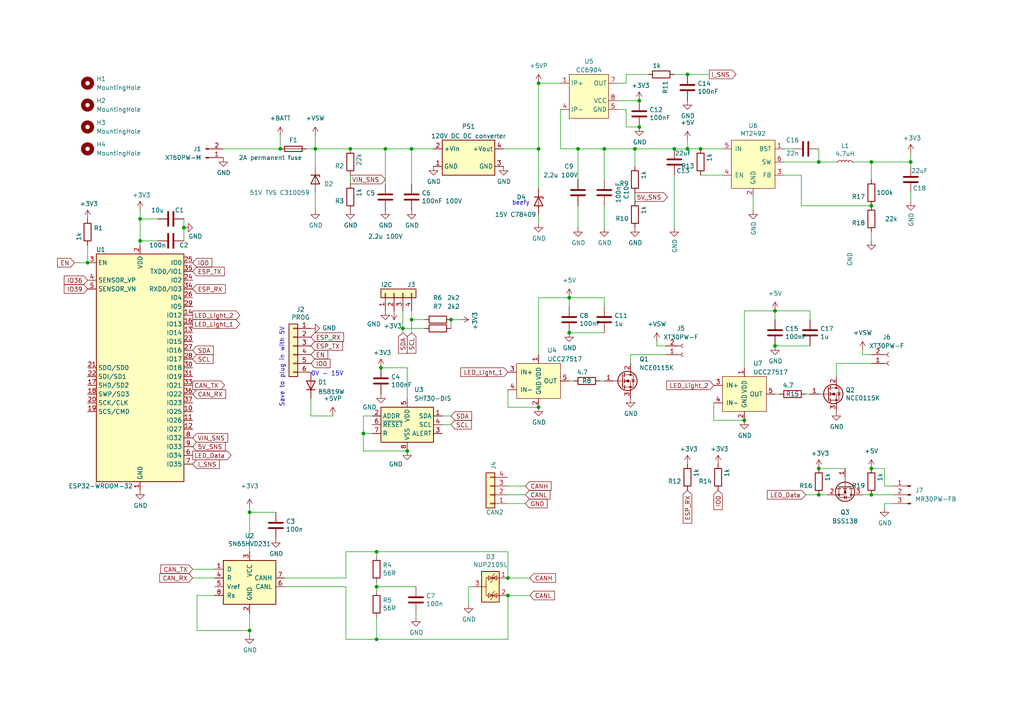
<source format=kicad_sch>
(kicad_sch (version 20230121) (generator eeschema)
  (paper "A4")
  (junction (at 147.32 172.72))
  (junction (at 147.32 167.64))
  (junction (at 72.39 182.88))
  (junction (at 110.49 106.68))
  (junction (at 165.1 96.52))
  (junction (at 109.22 185.42))
  (junction (at 91.44 43.18))
  (junction (at 111.76 43.18))
  (junction (at 199.39 21.59))
  (junction (at 40.64 69.85))
  (junction (at 156.21 24.13))
  (junction (at 185.42 29.21))
  (junction (at 252.73 135.89))
  (junction (at 72.39 148.59))
  (junction (at 185.42 36.83))
  (junction (at 252.73 59.69))
  (junction (at 118.11 130.81))
  (junction (at 53.34 66.04))
  (junction (at 175.26 43.18))
  (junction (at 156.21 118.11))
  (junction (at 156.21 43.18))
  (junction (at 119.38 92.71))
  (junction (at 130.81 92.71))
  (junction (at 105.41 125.73))
  (junction (at 116.84 95.25))
  (junction (at 81.28 43.18))
  (junction (at 224.79 90.17))
  (junction (at 252.73 143.51))
  (junction (at 109.22 170.18))
  (junction (at 264.16 46.99))
  (junction (at 224.79 100.33))
  (junction (at 109.22 160.02))
  (junction (at 237.49 143.51))
  (junction (at 199.39 43.18))
  (junction (at 237.49 135.89))
  (junction (at 203.2 43.18))
  (junction (at 237.49 46.99))
  (junction (at 40.64 63.5))
  (junction (at 25.4 76.2))
  (junction (at 184.15 43.18))
  (junction (at 101.6 43.18))
  (junction (at 215.9 121.92))
  (junction (at 167.64 43.18))
  (junction (at 165.1 86.36))
  (junction (at 252.73 46.99))
  (junction (at 195.58 43.18))
  (junction (at 119.38 43.18))
  (wire (pts (xy 175.26 96.52) (xy 165.1 96.52)))
  (wire (pts (xy 147.32 160.02) (xy 147.32 167.64)))
  (wire (pts (xy 40.64 69.85) (xy 40.64 63.5)))
  (wire (pts (xy 128.27 123.19) (xy 130.81 123.19)))
  (wire (pts (xy 82.55 167.64) (xy 100.33 167.64)))
  (wire (pts (xy 57.15 182.88) (xy 72.39 182.88)))
  (wire (pts (xy 234.95 90.17) (xy 234.95 92.71)))
  (wire (pts (xy 156.21 54.61) (xy 156.21 43.18)))
  (wire (pts (xy 82.55 170.18) (xy 100.33 170.18)))
  (wire (pts (xy 152.4 140.97) (xy 147.32 140.97)))
  (wire (pts (xy 91.44 43.18) (xy 101.6 43.18)))
  (wire (pts (xy 250.19 143.51) (xy 252.73 143.51)))
  (wire (pts (xy 195.58 50.8) (xy 195.58 66.04)))
  (wire (pts (xy 81.28 39.37) (xy 81.28 43.18)))
  (wire (pts (xy 252.73 67.31) (xy 252.73 69.85)))
  (wire (pts (xy 91.44 39.37) (xy 91.44 43.18)))
  (wire (pts (xy 105.41 120.65) (xy 105.41 125.73)))
  (wire (pts (xy 147.32 118.11) (xy 147.32 113.03)))
  (wire (pts (xy 96.52 120.65) (xy 90.17 120.65)))
  (wire (pts (xy 224.79 90.17) (xy 234.95 90.17)))
  (wire (pts (xy 100.33 170.18) (xy 100.33 185.42)))
  (wire (pts (xy 227.33 46.99) (xy 237.49 46.99)))
  (wire (pts (xy 101.6 53.34) (xy 101.6 50.8)))
  (wire (pts (xy 165.1 86.36) (xy 165.1 88.9)))
  (wire (pts (xy 252.73 143.51) (xy 259.08 143.51)))
  (wire (pts (xy 232.41 50.8) (xy 232.41 59.69)))
  (wire (pts (xy 175.26 43.18) (xy 184.15 43.18)))
  (wire (pts (xy 237.49 46.99) (xy 242.57 46.99)))
  (wire (pts (xy 256.54 147.32) (xy 256.54 146.05)))
  (wire (pts (xy 109.22 160.02) (xy 147.32 160.02)))
  (wire (pts (xy 53.34 66.04) (xy 53.34 63.5)))
  (wire (pts (xy 181.61 31.75) (xy 181.61 36.83)))
  (wire (pts (xy 237.49 135.89) (xy 245.11 135.89)))
  (wire (pts (xy 252.73 46.99) (xy 264.16 46.99)))
  (wire (pts (xy 215.9 121.92) (xy 207.01 121.92)))
  (wire (pts (xy 181.61 24.13) (xy 179.07 24.13)))
  (wire (pts (xy 227.33 43.18) (xy 229.87 43.18)))
  (wire (pts (xy 107.95 120.65) (xy 105.41 120.65)))
  (wire (pts (xy 105.41 125.73) (xy 105.41 130.81)))
  (wire (pts (xy 193.04 102.87) (xy 182.88 102.87)))
  (wire (pts (xy 64.77 43.18) (xy 81.28 43.18)))
  (wire (pts (xy 111.76 43.18) (xy 119.38 43.18)))
  (wire (pts (xy 165.1 86.36) (xy 175.26 86.36)))
  (wire (pts (xy 184.15 58.42) (xy 184.15 55.88)))
  (wire (pts (xy 105.41 130.81) (xy 118.11 130.81)))
  (wire (pts (xy 152.4 146.05) (xy 147.32 146.05)))
  (wire (pts (xy 25.4 76.2) (xy 25.4 71.12)))
  (wire (pts (xy 100.33 160.02) (xy 100.33 167.64)))
  (wire (pts (xy 110.49 106.68) (xy 118.11 106.68)))
  (wire (pts (xy 21.59 76.2) (xy 25.4 76.2)))
  (wire (pts (xy 190.5 100.33) (xy 190.5 99.06)))
  (wire (pts (xy 162.56 43.18) (xy 167.64 43.18)))
  (wire (pts (xy 247.65 46.99) (xy 252.73 46.99)))
  (wire (pts (xy 100.33 185.42) (xy 109.22 185.42)))
  (wire (pts (xy 88.9 43.18) (xy 91.44 43.18)))
  (wire (pts (xy 119.38 43.18) (xy 119.38 53.34)))
  (wire (pts (xy 203.2 50.8) (xy 209.55 50.8)))
  (wire (pts (xy 109.22 185.42) (xy 147.32 185.42)))
  (wire (pts (xy 120.65 179.07) (xy 120.65 177.8)))
  (wire (pts (xy 91.44 55.88) (xy 91.44 60.96)))
  (wire (pts (xy 182.88 102.87) (xy 182.88 105.41)))
  (wire (pts (xy 175.26 52.07) (xy 175.26 43.18)))
  (wire (pts (xy 207.01 121.92) (xy 207.01 116.84)))
  (wire (pts (xy 162.56 24.13) (xy 156.21 24.13)))
  (wire (pts (xy 109.22 168.91) (xy 109.22 170.18)))
  (wire (pts (xy 226.06 114.3) (xy 224.79 114.3)))
  (wire (pts (xy 193.04 100.33) (xy 190.5 100.33)))
  (wire (pts (xy 109.22 160.02) (xy 109.22 161.29)))
  (wire (pts (xy 123.19 92.71) (xy 119.38 92.71)))
  (wire (pts (xy 227.33 50.8) (xy 232.41 50.8)))
  (wire (pts (xy 167.64 52.07) (xy 167.64 43.18)))
  (wire (pts (xy 55.88 165.1) (xy 62.23 165.1)))
  (wire (pts (xy 91.44 43.18) (xy 91.44 48.26)))
  (wire (pts (xy 156.21 86.36) (xy 156.21 102.87)))
  (wire (pts (xy 100.33 160.02) (xy 109.22 160.02)))
  (wire (pts (xy 45.72 69.85) (xy 40.64 69.85)))
  (wire (pts (xy 116.84 95.25) (xy 116.84 90.17)))
  (wire (pts (xy 53.34 69.85) (xy 53.34 66.04)))
  (wire (pts (xy 162.56 31.75) (xy 162.56 43.18)))
  (wire (pts (xy 256.54 140.97) (xy 256.54 135.89)))
  (wire (pts (xy 199.39 43.18) (xy 203.2 43.18)))
  (wire (pts (xy 252.73 52.07) (xy 252.73 46.99)))
  (wire (pts (xy 250.19 102.87) (xy 250.19 101.6)))
  (wire (pts (xy 175.26 110.49) (xy 173.99 110.49)))
  (wire (pts (xy 62.23 172.72) (xy 57.15 172.72)))
  (wire (pts (xy 187.96 21.59) (xy 181.61 21.59)))
  (wire (pts (xy 224.79 90.17) (xy 215.9 90.17)))
  (wire (pts (xy 130.81 92.71) (xy 130.81 95.25)))
  (wire (pts (xy 130.81 92.71) (xy 133.35 92.71)))
  (wire (pts (xy 237.49 143.51) (xy 240.03 143.51)))
  (wire (pts (xy 135.89 170.18) (xy 137.16 170.18)))
  (wire (pts (xy 165.1 86.36) (xy 156.21 86.36)))
  (wire (pts (xy 195.58 21.59) (xy 199.39 21.59)))
  (wire (pts (xy 233.68 143.51) (xy 237.49 143.51)))
  (wire (pts (xy 72.39 148.59) (xy 72.39 160.02)))
  (wire (pts (xy 252.73 102.87) (xy 250.19 102.87)))
  (wire (pts (xy 199.39 40.64) (xy 199.39 43.18)))
  (wire (pts (xy 55.88 167.64) (xy 62.23 167.64)))
  (wire (pts (xy 116.84 96.52) (xy 116.84 95.25)))
  (wire (pts (xy 119.38 96.52) (xy 119.38 92.71)))
  (wire (pts (xy 40.64 63.5) (xy 40.64 60.96)))
  (wire (pts (xy 135.89 175.26) (xy 135.89 170.18)))
  (wire (pts (xy 199.39 21.59) (xy 205.74 21.59)))
  (wire (pts (xy 146.05 43.18) (xy 156.21 43.18)))
  (wire (pts (xy 130.81 120.65) (xy 128.27 120.65)))
  (wire (pts (xy 147.32 167.64) (xy 153.67 167.64)))
  (wire (pts (xy 166.37 110.49) (xy 165.1 110.49)))
  (wire (pts (xy 179.07 31.75) (xy 181.61 31.75)))
  (wire (pts (xy 242.57 105.41) (xy 242.57 109.22)))
  (wire (pts (xy 123.19 95.25) (xy 116.84 95.25)))
  (wire (pts (xy 147.32 185.42) (xy 147.32 172.72)))
  (wire (pts (xy 252.73 105.41) (xy 242.57 105.41)))
  (wire (pts (xy 111.76 53.34) (xy 111.76 43.18)))
  (wire (pts (xy 90.17 120.65) (xy 90.17 115.57)))
  (wire (pts (xy 234.95 114.3) (xy 233.68 114.3)))
  (wire (pts (xy 80.01 148.59) (xy 72.39 148.59)))
  (wire (pts (xy 179.07 29.21) (xy 185.42 29.21)))
  (wire (pts (xy 237.49 43.18) (xy 237.49 46.99)))
  (wire (pts (xy 156.21 64.77) (xy 156.21 62.23)))
  (wire (pts (xy 167.64 59.69) (xy 167.64 66.04)))
  (wire (pts (xy 156.21 24.13) (xy 156.21 43.18)))
  (wire (pts (xy 259.08 140.97) (xy 256.54 140.97)))
  (wire (pts (xy 184.15 48.26) (xy 184.15 43.18)))
  (wire (pts (xy 264.16 44.45) (xy 264.16 46.99)))
  (wire (pts (xy 184.15 43.18) (xy 195.58 43.18)))
  (wire (pts (xy 72.39 147.32) (xy 72.39 148.59)))
  (wire (pts (xy 147.32 143.51) (xy 152.4 143.51)))
  (wire (pts (xy 109.22 170.18) (xy 109.22 171.45)))
  (wire (pts (xy 256.54 146.05) (xy 259.08 146.05)))
  (wire (pts (xy 101.6 43.18) (xy 111.76 43.18)))
  (wire (pts (xy 109.22 179.07) (xy 109.22 185.42)))
  (wire (pts (xy 45.72 63.5) (xy 40.64 63.5)))
  (wire (pts (xy 72.39 182.88) (xy 72.39 184.15)))
  (wire (pts (xy 209.55 43.18) (xy 203.2 43.18)))
  (wire (pts (xy 218.44 57.15) (xy 218.44 60.96)))
  (wire (pts (xy 118.11 106.68) (xy 118.11 115.57)))
  (wire (pts (xy 167.64 43.18) (xy 175.26 43.18)))
  (wire (pts (xy 105.41 125.73) (xy 107.95 125.73)))
  (wire (pts (xy 40.64 71.12) (xy 40.64 69.85)))
  (wire (pts (xy 57.15 172.72) (xy 57.15 182.88)))
  (wire (pts (xy 264.16 46.99) (xy 264.16 48.26)))
  (wire (pts (xy 252.73 135.89) (xy 256.54 135.89)))
  (wire (pts (xy 232.41 59.69) (xy 252.73 59.69)))
  (wire (pts (xy 147.32 172.72) (xy 153.67 172.72)))
  (wire (pts (xy 195.58 43.18) (xy 199.39 43.18)))
  (wire (pts (xy 181.61 36.83) (xy 185.42 36.83)))
  (wire (pts (xy 224.79 90.17) (xy 224.79 92.71)))
  (wire (pts (xy 119.38 92.71) (xy 119.38 90.17)))
  (wire (pts (xy 119.38 43.18) (xy 125.73 43.18)))
  (wire (pts (xy 181.61 21.59) (xy 181.61 24.13)))
  (wire (pts (xy 234.95 100.33) (xy 224.79 100.33)))
  (wire (pts (xy 175.26 59.69) (xy 175.26 66.04)))
  (wire (pts (xy 264.16 58.42) (xy 264.16 55.88)))
  (wire (pts (xy 175.26 86.36) (xy 175.26 88.9)))
  (wire (pts (xy 156.21 118.11) (xy 147.32 118.11)))
  (wire (pts (xy 120.65 170.18) (xy 109.22 170.18)))
  (wire (pts (xy 215.9 90.17) (xy 215.9 106.68)))
  (wire (pts (xy 72.39 177.8) (xy 72.39 182.88)))
  (text "Save to plug in with 5V" (at 82.55 118.11 90) (effects (font (size 1.27 1.27)) (justify left bottom)))
  (text "beefy" (at 153.67 59.69 0) (effects (font (size 1.27 1.27)) (justify right bottom)))
  (text "0V - 15V" (at 90.17 109.22 0) (effects (font (size 1.27 1.27)) (justify left bottom)))
  (global_label "SDA" (shape input) (at 130.81 120.65 0) (property "Intersheetrefs" "${INTERSHEET_REFS}" (effects hide)))
  (global_label "ESP_RX" (shape input) (at 90.17 97.79 0) (property "Intersheetrefs" "${INTERSHEET_REFS}" (effects hide)) (property "Referenzen zwischen Schaltplänen" "${INTERSHEET_REFS}" (effects hide)))
  (global_label "LED_Light_2" (shape output) (at 55.88 91.44 0) (property "Intersheetrefs" "${INTERSHEET_REFS}" (effects hide)))
  (global_label "LED_Data" (shape input) (at 233.68 143.51 180) (property "Intersheetrefs" "${INTERSHEET_REFS}" (effects hide)))
  (global_label "VIN_SNS" (shape input) (at 55.88 127 0) (property "Intersheetrefs" "${INTERSHEET_REFS}" (effects hide)))
  (global_label "CANH" (shape input) (at 153.67 167.64 0) (property "Intersheetrefs" "${INTERSHEET_REFS}" (effects hide)))
  (global_label "I_SNS" (shape output) (at 205.74 21.59 0) (property "Intersheetrefs" "${INTERSHEET_REFS}" (effects hide)))
  (global_label "5V_SNS" (shape output) (at 184.15 57.15 0) (property "Intersheetrefs" "${INTERSHEET_REFS}" (effects hide)))
  (global_label "SCL" (shape input) (at 119.38 96.52 270) (property "Intersheetrefs" "${INTERSHEET_REFS}" (effects hide)))
  (global_label "ESP_RX" (shape input) (at 55.88 83.82 0) (property "Intersheetrefs" "${INTERSHEET_REFS}" (effects hide)))
  (global_label "ESP_TX" (shape input) (at 55.88 78.74 0) (property "Intersheetrefs" "${INTERSHEET_REFS}" (effects hide)))
  (global_label "LED_Light_2" (shape input) (at 207.01 111.76 180) (property "Intersheetrefs" "${INTERSHEET_REFS}" (effects hide)))
  (global_label "LED_Data" (shape output) (at 55.88 132.08 0) (property "Intersheetrefs" "${INTERSHEET_REFS}" (effects hide)))
  (global_label "CAN_RX" (shape input) (at 55.88 167.64 180) (property "Intersheetrefs" "${INTERSHEET_REFS}" (effects hide)))
  (global_label "IO0" (shape input) (at 90.17 105.41 0) (property "Intersheetrefs" "${INTERSHEET_REFS}" (effects hide)) (property "Referenzen zwischen Schaltplänen" "${INTERSHEET_REFS}" (effects hide)))
  (global_label "5V_SNS" (shape input) (at 55.88 129.54 0) (property "Intersheetrefs" "${INTERSHEET_REFS}" (effects hide)))
  (global_label "SDA" (shape input) (at 116.84 96.52 270) (property "Intersheetrefs" "${INTERSHEET_REFS}" (effects hide)))
  (global_label "CAN_RX" (shape input) (at 55.88 114.3 0) (property "Intersheetrefs" "${INTERSHEET_REFS}" (effects hide)))
  (global_label "LED_Light_1" (shape output) (at 55.88 93.98 0) (property "Intersheetrefs" "${INTERSHEET_REFS}" (effects hide)))
  (global_label "CAN_TX" (shape output) (at 55.88 111.76 0) (property "Intersheetrefs" "${INTERSHEET_REFS}" (effects hide)))
  (global_label "CANL" (shape input) (at 153.67 172.72 0) (property "Intersheetrefs" "${INTERSHEET_REFS}" (effects hide)))
  (global_label "SCL" (shape input) (at 55.88 104.14 0) (property "Intersheetrefs" "${INTERSHEET_REFS}" (effects hide)))
  (global_label "IO36" (shape input) (at 25.4 81.28 180) (property "Intersheetrefs" "${INTERSHEET_REFS}" (effects hide)))
  (global_label "LED_Light_1" (shape input) (at 147.32 107.95 180) (property "Intersheetrefs" "${INTERSHEET_REFS}" (effects hide)))
  (global_label "IO39" (shape input) (at 25.4 83.82 180) (property "Intersheetrefs" "${INTERSHEET_REFS}" (effects hide)))
  (global_label "GND" (shape input) (at 152.4 146.05 0) (property "Intersheetrefs" "${INTERSHEET_REFS}" (effects hide)))
  (global_label "VIN_SNS" (shape output) (at 101.6 52.07 0) (property "Intersheetrefs" "${INTERSHEET_REFS}" (effects hide)))
  (global_label "EN" (shape input) (at 90.17 102.87 0) (property "Intersheetrefs" "${INTERSHEET_REFS}" (effects hide)) (property "Referenzen zwischen Schaltplänen" "${INTERSHEET_REFS}" (effects hide)))
  (global_label "SCL" (shape input) (at 130.81 123.19 0) (property "Intersheetrefs" "${INTERSHEET_REFS}" (effects hide)))
  (global_label "EN" (shape input) (at 21.59 76.2 180) (property "Intersheetrefs" "${INTERSHEET_REFS}" (effects hide)))
  (global_label "I_SNS" (shape input) (at 55.88 134.62 0) (property "Intersheetrefs" "${INTERSHEET_REFS}" (effects hide)))
  (global_label "CAN_TX" (shape input) (at 55.88 165.1 180) (property "Intersheetrefs" "${INTERSHEET_REFS}" (effects hide)))
  (global_label "CANL" (shape input) (at 152.4 143.51 0) (property "Intersheetrefs" "${INTERSHEET_REFS}" (effects hide)))
  (global_label "ESP_RX" (shape input) (at 199.39 142.24 270) (property "Intersheetrefs" "${INTERSHEET_REFS}" (effects hide)))
  (global_label "IO0" (shape input) (at 55.88 76.2 0) (property "Intersheetrefs" "${INTERSHEET_REFS}" (effects hide)))
  (global_label "CANH" (shape input) (at 152.4 140.97 0) (property "Intersheetrefs" "${INTERSHEET_REFS}" (effects hide)))
  (global_label "IO0" (shape input) (at 208.28 142.24 270) (property "Intersheetrefs" "${INTERSHEET_REFS}" (effects hide)))
  (global_label "SDA" (shape input) (at 55.88 101.6 0) (property "Intersheetrefs" "${INTERSHEET_REFS}" (effects hide)))
  (global_label "ESP_TX" (shape input) (at 90.17 100.33 0) (property "Intersheetrefs" "${INTERSHEET_REFS}" (effects hide)) (property "Referenzen zwischen Schaltplänen" "${INTERSHEET_REFS}" (effects hide)))
  (symbol (lib_id "RF_Module:ESP32-WROOM-32") (at 40.64 106.68 0) (unit 1)
    (property "Reference" "U1" (at 29.21 72.39 0))
    (property "Value" "ESP32-WROOM-32" (at 29.21 140.97 0))
    (property "Footprint" "RF_Module:ESP32-WROOM-32" (effects hide))
    (property "Datasheet" "https://www.espressif.com/sites/default/files/documentation/esp32-wroom-32_datasheet_en.pdf" (effects hide))
    (property "LCSC" "C701343" (effects hide))
  )
  (symbol (lib_id "power:GND") (at 40.64 142.24 0) (unit 1)
    (property "Reference" "#PWR03" (effects hide))
    (property "Value" "GND" (at 40.767 146.6342 0))
  )
  (symbol (lib_id "power:+3V3") (at 40.64 60.96 0) (unit 1)
    (property "Reference" "#PWR02" (effects hide))
    (property "Value" "+3V3" (at 41.021 56.5658 0))
  )
  (symbol (lib_id "Device:C") (at 49.53 69.85 270) (unit 1)
    (property "Reference" "C2" (at 53.34 71.12 90))
    (property "Value" "100n" (at 45.72 71.12 90))
    (property "Footprint" "Capacitor_SMD:C_0603_1608Metric" (effects hide))
    (property "LCSC" "C14663" (effects hide))
  )
  (symbol (lib_id "Device:C") (at 49.53 63.5 270) (unit 1)
    (property "Reference" "C1" (at 52.07 60.96 90))
    (property "Value" "10u" (at 45.72 60.96 90))
    (property "Footprint" "Capacitor_SMD:C_0603_1608Metric" (effects hide))
    (property "LCSC" "C19702" (effects hide))
  )
  (symbol (lib_id "power:GND") (at 53.34 66.04 90) (unit 1)
    (property "Reference" "#PWR04" (effects hide))
    (property "Value" "GND" (at 54.61 68.58 90) (effects (justify right)))
  )
  (symbol (lib_id "power:GND") (at 111.76 90.17 0) (unit 1)
    (property "Reference" "#PWR018" (effects hide))
    (property "Value" "GND" (at 110.49 93.98 0) (effects (justify right)))
  )
  (symbol (lib_id "Device:R") (at 25.4 67.31 0) (unit 1)
    (property "Reference" "R1" (at 27.178 66.1416 0) (effects (justify left)))
    (property "Value" "1k" (at 22.86 69.85 90) (effects (justify left)))
    (property "Footprint" "Resistor_SMD:R_0603_1608Metric" (effects hide))
    (property "LCSC" "C21190" (effects hide))
  )
  (symbol (lib_id "power:+3V3") (at 25.4 63.5 0) (unit 1)
    (property "Reference" "#PWR01" (effects hide))
    (property "Value" "+3V3" (at 25.781 59.1058 0))
  )
  (symbol (lib_id "Device:R") (at 199.39 138.43 180) (unit 1)
    (property "Reference" "R12" (at 197.612 139.5984 0) (effects (justify left)))
    (property "Value" "1k" (at 201.93 135.89 90) (effects (justify left)))
    (property "Footprint" "Resistor_SMD:R_0603_1608Metric" (effects hide))
    (property "LCSC" "C21190" (effects hide))
  )
  (symbol (lib_id "power:+3V3") (at 199.39 134.62 0) (unit 1)
    (property "Reference" "#PWR041" (effects hide))
    (property "Value" "+3V3" (at 199.771 130.2258 0))
  )
  (symbol (lib_id "Device:R") (at 208.28 138.43 180) (unit 1)
    (property "Reference" "R14" (at 206.502 139.5984 0) (effects (justify left)))
    (property "Value" "1k" (at 210.82 135.89 90) (effects (justify left)))
    (property "Footprint" "Resistor_SMD:R_0603_1608Metric" (effects hide))
    (property "LCSC" "C21190" (effects hide))
  )
  (symbol (lib_id "power:+3V3") (at 208.28 134.62 0) (unit 1)
    (property "Reference" "#PWR042" (effects hide))
    (property "Value" "+3V3" (at 208.661 130.2258 0))
  )
  (symbol (lib_id "Device:R") (at 109.22 165.1 0) (unit 1)
    (property "Reference" "R4" (at 110.998 163.9316 0) (effects (justify left)))
    (property "Value" "56R" (at 110.998 166.243 0) (effects (justify left)))
    (property "Footprint" "Resistor_SMD:R_0603_1608Metric" (effects hide))
    (property "LCSC" "C25196" (effects hide))
  )
  (symbol (lib_id "Device:R") (at 109.22 175.26 0) (unit 1)
    (property "Reference" "R5" (at 110.998 174.0916 0) (effects (justify left)))
    (property "Value" "56R" (at 110.998 176.403 0) (effects (justify left)))
    (property "Footprint" "Resistor_SMD:R_0603_1608Metric" (effects hide))
    (property "LCSC" "C25196" (effects hide))
  )
  (symbol (lib_id "Device:C") (at 120.65 173.99 0) (unit 1)
    (property "Reference" "C7" (at 123.571 172.8216 0) (effects (justify left)))
    (property "Value" "100n" (at 123.571 175.133 0) (effects (justify left)))
    (property "Footprint" "Capacitor_SMD:C_0603_1608Metric" (effects hide))
    (property "LCSC" "C14663" (effects hide))
  )
  (symbol (lib_id "power:GND") (at 120.65 179.07 0) (unit 1)
    (property "Reference" "#PWR022" (effects hide))
    (property "Value" "GND" (at 120.777 183.4642 0))
  )
  (symbol (lib_id "power:GND") (at 72.39 184.15 0) (unit 1)
    (property "Reference" "#PWR07" (effects hide))
    (property "Value" "GND" (at 72.517 188.5442 0))
  )
  (symbol (lib_id "Device:C") (at 80.01 152.4 0) (unit 1)
    (property "Reference" "C3" (at 82.931 151.2316 0) (effects (justify left)))
    (property "Value" "100n" (at 82.931 153.543 0) (effects (justify left)))
    (property "Footprint" "Capacitor_SMD:C_0603_1608Metric" (effects hide))
    (property "LCSC" "C14663" (effects hide))
  )
  (symbol (lib_id "power:GND") (at 80.01 156.21 0) (unit 1)
    (property "Reference" "#PWR08" (effects hide))
    (property "Value" "GND" (at 80.137 160.6042 0))
  )
  (symbol (lib_id "Power_Protection:NUP2105L") (at 142.24 170.18 270) (unit 1)
    (property "Reference" "D3" (at 142.24 161.4932 90))
    (property "Value" "NUP2105L" (at 142.24 163.8046 90))
    (property "Footprint" "Package_TO_SOT_SMD:SOT-23" (effects hide))
    (property "Datasheet" "http://www.onsemi.com/pub_link/Collateral/NUP2105L-D.PDF" (effects hide))
    (property "LCSC" "C284104" (effects hide))
  )
  (symbol (lib_id "power:GND") (at 135.89 175.26 0) (unit 1)
    (property "Reference" "#PWR025" (effects hide))
    (property "Value" "GND" (at 136.017 179.6542 0))
  )
  (symbol (lib_id "Connector_Generic:Conn_01x04") (at 142.24 143.51 180) (unit 1)
    (property "Reference" "J4" (at 143.1544 136.1948 90) (effects (justify right)))
    (property "Value" "CAN2" (at 140.97 148.59 0) (effects (justify right)))
    (property "Footprint" "Connector_JST:JST_XH_B4B-XH-A_1x04_P2.50mm_Vertical" (effects hide))
    (property "LCSC" "C144395" (effects hide))
  )
  (symbol (lib_id "Connector_Generic:Conn_01x04") (at 114.3 85.09 90) (unit 1)
    (property "Reference" "J3" (at 118.11 82.55 90) (effects (justify right)))
    (property "Value" "I2C" (at 110.49 82.55 90) (effects (justify right)))
    (property "Footprint" "Connector_JST:JST_SH_SM04B-SRSS-TB_1x04-1MP_P1.00mm_Horizontal" (effects hide))
    (property "LCSC" "C160404" (effects hide))
  )
  (symbol (lib_id "Device:R") (at 127 92.71 90) (unit 1)
    (property "Reference" "R6" (at 128.27 86.36 90) (effects (justify left)))
    (property "Value" "2k2" (at 133.35 86.36 90) (effects (justify left)))
    (property "Footprint" "Resistor_SMD:R_0603_1608Metric" (effects hide))
    (property "LCSC" "C4190" (effects hide))
  )
  (symbol (lib_id "Device:R") (at 127 95.25 90) (unit 1)
    (property "Reference" "R7" (at 128.27 88.9 90) (effects (justify left)))
    (property "Value" "2k2" (at 133.35 88.9 90) (effects (justify left)))
    (property "Footprint" "Resistor_SMD:R_0603_1608Metric" (effects hide))
    (property "LCSC" "C4190" (effects hide))
  )
  (symbol (lib_id "power:+3V3") (at 133.35 92.71 270) (unit 1)
    (property "Reference" "#PWR024" (effects hide))
    (property "Value" "+3V3" (at 137.7442 93.091 0))
  )
  (symbol (lib_id "power:+3V3") (at 114.3 90.17 180) (unit 1)
    (property "Reference" "#PWR019" (effects hide))
    (property "Value" "+3V3" (at 113.919 94.5642 0))
  )
  (symbol (lib_id "Interface_CAN_LIN:SN65HVD231") (at 72.39 167.64 0) (unit 1)
    (property "Reference" "U2" (at 72.39 155.4226 0))
    (property "Value" "SN65HVD231" (at 72.39 157.734 0))
    (property "Footprint" "Package_SO:SOIC-8_3.9x4.9mm_P1.27mm" (effects hide))
    (property "Datasheet" "http://www.ti.com/lit/ds/symlink/sn65hvd230.pdf" (effects hide))
    (property "LCSC" "C30530" (effects hide))
  )
  (symbol (lib_id "power:+3V3") (at 72.39 147.32 0) (unit 1)
    (property "Reference" "#PWR06" (effects hide))
    (property "Value" "+3V3" (at 72.39 140.97 0))
  )
  (symbol (lib_id "power:GND") (at 218.44 60.96 0) (unit 1)
    (property "Reference" "#PWR044" (effects hide))
    (property "Value" "GND" (at 218.567 64.2112 90) (effects (justify right)))
  )
  (symbol (lib_id "Device:R") (at 252.73 55.88 180) (unit 1)
    (property "Reference" "R17" (at 250.952 57.0484 0) (effects (justify left)))
    (property "Value" "100k" (at 259.08 55.88 0) (effects (justify left)))
    (property "Footprint" "Resistor_SMD:R_0603_1608Metric" (effects hide))
    (property "LCSC" "C25803" (effects hide))
  )
  (symbol (lib_id "Device:R") (at 252.73 63.5 180) (unit 1)
    (property "Reference" "R18" (at 250.952 64.6684 0) (effects (justify left)))
    (property "Value" "22k" (at 260.35 63.5 0) (effects (justify left)))
    (property "Footprint" "Resistor_SMD:R_0603_1608Metric" (effects hide))
    (property "LCSC" "C31850" (effects hide))
  )
  (symbol (lib_id "power:GND") (at 252.73 69.85 0) (unit 1)
    (property "Reference" "#PWR050" (effects hide))
    (property "Value" "GND" (at 246.507 73.1012 90) (effects (justify right)))
  )
  (symbol (lib_id "Device:C") (at 264.16 52.07 180) (unit 1)
    (property "Reference" "C18" (at 266.7 54.61 0))
    (property "Value" "22uF" (at 266.7 49.53 0))
    (property "Footprint" "Capacitor_SMD:C_0805_2012Metric" (effects hide))
    (property "LCSC" "C45783" (effects hide))
  )
  (symbol (lib_id "Device:R") (at 203.2 46.99 180) (unit 1)
    (property "Reference" "R13" (at 201.422 48.1584 0) (effects (justify left)))
    (property "Value" "1k" (at 205.74 44.45 90) (effects (justify left)))
    (property "Footprint" "Resistor_SMD:R_0603_1608Metric" (effects hide))
    (property "LCSC" "C21190" (effects hide))
  )
  (symbol (lib_id "power:GND") (at 195.58 66.04 0) (unit 1)
    (property "Reference" "#PWR038" (effects hide))
    (property "Value" "GND" (at 195.707 69.2912 90) (effects (justify right)))
  )
  (symbol (lib_id "power:GND") (at 264.16 58.42 0) (unit 1)
    (property "Reference" "#PWR054" (effects hide))
    (property "Value" "GND" (at 264.287 61.6712 90) (effects (justify right)))
  )
  (symbol (lib_id "power:+3.3V") (at 264.16 44.45 0) (unit 1)
    (property "Reference" "#PWR053" (effects hide))
    (property "Value" "+3.3V" (at 264.541 40.0558 0))
  )
  (symbol (lib_id "Device:C") (at 195.58 46.99 180) (unit 1)
    (property "Reference" "C13" (at 198.12 49.53 0))
    (property "Value" "22uF" (at 198.12 44.45 0))
    (property "Footprint" "Capacitor_SMD:C_0805_2012Metric" (effects hide))
    (property "LCSC" "C45783" (effects hide))
  )
  (symbol (lib_id "boardcomputer:MPM2359") (at 212.09 40.64 0) (unit 1)
    (property "Reference" "U6" (at 218.44 36.449 0))
    (property "Value" "MT2492" (at 218.44 38.7604 0))
    (property "Footprint" "Package_TO_SOT_SMD:SOT-23-6" (effects hide))
    (property "Datasheet" "https://datasheet.lcsc.com/lcsc/1810262207_XI-AN-Aerosemi-Tech-MT2492_C89358.pdf" (effects hide))
    (property "LCSC" "C89358" (effects hide))
  )
  (symbol (lib_id "Device:C") (at 233.68 43.18 270) (unit 1)
    (property "Reference" "C16" (at 229.87 40.64 90))
    (property "Value" "22n" (at 229.87 44.45 90))
    (property "Footprint" "Capacitor_SMD:C_0603_1608Metric" (effects hide))
    (property "LCSC" "C21122" (effects hide))
  )
  (symbol (lib_id "Device:L_Small") (at 245.11 46.99 90) (unit 1)
    (property "Reference" "L1" (at 245.11 42.291 90))
    (property "Value" "4.7uH" (at 245.11 44.6024 90))
    (property "Footprint" "boardcomputer:L_5040" (effects hide))
    (property "LCSC" "C354606" (effects hide))
  )
  (symbol (lib_id "power:GND") (at 185.42 36.83 0) (unit 1)
    (property "Reference" "#PWR036" (effects hide))
    (property "Value" "GND" (at 185.547 41.2242 0))
  )
  (symbol (lib_id "power:GND") (at 256.54 147.32 0) (unit 1)
    (property "Reference" "#PWR052" (effects hide))
    (property "Value" "GND" (at 256.667 151.7142 0))
  )
  (symbol (lib_id "power:GND") (at 156.21 118.11 0) (unit 1)
    (property "Reference" "#PWR028" (effects hide))
    (property "Value" "GND" (at 156.337 122.5042 0))
  )
  (symbol (lib_id "Bobbycontroller:UCC27517") (at 215.9 114.3 0) (unit 1)
    (property "Reference" "U7" (at 218.44 105.41 0) (effects (justify left)))
    (property "Value" "UCC27517" (at 218.44 107.95 0) (effects (justify left)))
    (property "Footprint" "Package_TO_SOT_SMD:SOT-23-5" (effects hide))
    (property "Datasheet" "https://www.ti.com/lit/ds/symlink/ucc27517.pdf" (effects hide))
    (property "LCSC" "C99395" (effects hide))
  )
  (symbol (lib_id "Device:R") (at 184.15 52.07 180) (unit 1)
    (property "Reference" "R9" (at 182.372 53.2384 0) (effects (justify left)))
    (property "Value" "1k" (at 186.69 49.53 90) (effects (justify left)))
    (property "Footprint" "Resistor_SMD:R_0603_1608Metric" (effects hide))
    (property "LCSC" "C21190" (effects hide))
  )
  (symbol (lib_id "Device:C") (at 110.49 110.49 0) (unit 1)
    (property "Reference" "C4" (at 113.411 109.3216 0) (effects (justify left)))
    (property "Value" "100nF" (at 113.411 111.633 0) (effects (justify left)))
    (property "Footprint" "Capacitor_SMD:C_0603_1608Metric" (effects hide))
    (property "LCSC" "C14663" (effects hide))
  )
  (symbol (lib_id "power:GND") (at 146.05 48.26 0) (unit 1)
    (property "Reference" "#PWR026" (effects hide))
    (property "Value" "GND" (at 146.177 52.6542 0))
  )
  (symbol (lib_id "power:+VSW") (at 190.5 99.06 0) (unit 1)
    (property "Reference" "#PWR037" (effects hide))
    (property "Value" "+VSW" (at 190.5 93.98 0))
  )
  (symbol (lib_id "power:GND") (at 165.1 96.52 0) (unit 1)
    (property "Reference" "#PWR030" (effects hide))
    (property "Value" "GND" (at 165.227 100.9142 0))
  )
  (symbol (lib_id "power:GND") (at 215.9 121.92 0) (unit 1)
    (property "Reference" "#PWR043" (effects hide))
    (property "Value" "GND" (at 216.027 126.3142 0))
  )
  (symbol (lib_id "Bobbycontroller:120V_DCDC") (at 135.89 45.72 0) (unit 1)
    (property "Reference" "PS1" (at 135.89 36.6735 0))
    (property "Value" "120V DC DC converter" (at 135.89 39.4486 0))
    (property "Footprint" "Bobbycar-FOC-hardware:Converter_DCDC_120V" (effects hide))
  )
  (symbol (lib_id "power:GND") (at 111.76 60.96 0) (unit 1)
    (property "Reference" "#PWR017" (effects hide))
    (property "Value" "GND" (at 111.887 65.3542 0))
  )
  (symbol (lib_id "Device:R") (at 237.49 139.7 180) (unit 1)
    (property "Reference" "R16" (at 235.712 140.8684 0) (effects (justify left)))
    (property "Value" "1k" (at 240.03 137.16 90) (effects (justify left)))
    (property "Footprint" "Resistor_SMD:R_0603_1608Metric" (effects hide))
    (property "LCSC" "C21190" (effects hide))
  )
  (symbol (lib_id "Transistor_FET:BSP89") (at 240.03 114.3 0) (unit 1)
    (property "Reference" "Q2" (at 245.2116 113.1316 0) (effects (justify left)))
    (property "Value" "NCE0115K" (at 245.2116 115.443 0) (effects (justify left)))
    (property "Footprint" "Package_TO_SOT_SMD:TO-252-2" (effects hide))
    (property "LCSC" "C108637" (effects hide))
  )
  (symbol (lib_id "Connector:Conn_01x03_Male") (at 264.16 143.51 0) (mirror y) (unit 1)
    (property "Reference" "J7" (at 265.43 142.2399 0) (effects (justify right)))
    (property "Value" "MR30PW-FB" (at 265.43 144.7799 0) (effects (justify right)))
    (property "Footprint" "Connector_AMASS:AMASS_MR30PW-FB_1x03_P3.50mm_Horizontal" (effects hide))
  )
  (symbol (lib_id "Device:C") (at 167.64 55.88 0) (unit 1)
    (property "Reference" "C9" (at 166.37 48.26 0) (effects (justify right)))
    (property "Value" "2.2u 100V" (at 167.64 50.8 0) (effects (justify right)))
    (property "Footprint" "Capacitor_SMD:C_1210_3225Metric" (effects hide))
    (property "place" "hand" (effects hide))
    (property "LCSC" "C76685" (effects hide))
  )
  (symbol (lib_id "power:GND") (at 119.38 60.96 0) (unit 1)
    (property "Reference" "#PWR021" (effects hide))
    (property "Value" "GND" (at 119.507 65.3542 0))
  )
  (symbol (lib_id "Sensor_Humidity:SHT30-DIS") (at 118.11 123.19 0) (unit 1)
    (property "Reference" "U3" (at 120.1294 113.03 0) (effects (justify left)))
    (property "Value" "SHT30-DIS" (at 120.1294 115.57 0) (effects (justify left)))
    (property "Footprint" "Sensor_Humidity:Sensirion_DFN-8-1EP_2.5x2.5mm_P0.5mm_EP1.1x1.7mm" (effects hide))
    (property "Datasheet" "https://www.sensirion.com/fileadmin/user_upload/customers/sensirion/Dokumente/2_Humidity_Sensors/Datasheets/Sensirion_Humidity_Sensors_SHT3x_Datasheet_digital.pdf" (effects hide))
    (property "LCSC" "C77361" (effects hide))
  )
  (symbol (lib_id "Mechanical:MountingHole") (at 25.4 30.48 0) (unit 1)
    (property "Reference" "H2" (at 27.94 29.2099 0) (effects (justify left)))
    (property "Value" "MountingHole" (at 27.94 31.7499 0) (effects (justify left)))
    (property "Footprint" "MountingHole:MountingHole_3.2mm_M3_DIN965_Pad" (effects hide))
  )
  (symbol (lib_id "Device:C") (at 111.76 57.15 0) (unit 1)
    (property "Reference" "C5" (at 108.839 55.9816 0) (effects (justify right)))
    (property "Value" "2.2u 100V" (at 116.84 68.58 0) (effects (justify right)))
    (property "Footprint" "Capacitor_SMD:C_1210_3225Metric" (effects hide))
    (property "place" "hand" (effects hide))
    (property "LCSC" "C76685" (effects hide))
  )
  (symbol (lib_id "Device:R") (at 101.6 46.99 180) (unit 1)
    (property "Reference" "R2" (at 99.822 48.1584 0) (effects (justify left)))
    (property "Value" "22k" (at 104.14 44.45 90) (effects (justify left)))
    (property "Footprint" "Resistor_SMD:R_0603_1608Metric" (effects hide))
    (property "LCSC" "C31850" (effects hide))
  )
  (symbol (lib_id "Connector_Generic:Conn_01x06") (at 85.09 100.33 0) (mirror y) (unit 1)
    (property "Reference" "J2" (at 87.1728 89.7382 0))
    (property "Value" "PROG" (at 87.1728 92.0496 0))
    (property "Footprint" "Connector_JST:JST_XH_B6B-XH-A_1x06_P2.50mm_Vertical" (effects hide))
    (property "LCSC Part #" "C144397" (effects hide))
  )
  (symbol (lib_id "power:+3V3") (at 110.49 106.68 0) (unit 1)
    (property "Reference" "#PWR015" (effects hide))
    (property "Value" "+3V3" (at 110.871 102.2858 0))
  )
  (symbol (lib_id "power:GND") (at 125.73 48.26 0) (unit 1)
    (property "Reference" "#PWR023" (effects hide))
    (property "Value" "GND" (at 125.857 52.6542 0))
  )
  (symbol (lib_id "power:GND") (at 64.77 45.72 0) (unit 1)
    (property "Reference" "#PWR05" (effects hide))
    (property "Value" "GND" (at 64.897 50.1142 0))
  )
  (symbol (lib_id "Device:C") (at 199.39 25.4 0) (unit 1)
    (property "Reference" "C14" (at 202.311 24.2316 0) (effects (justify left)))
    (property "Value" "100nF" (at 202.311 26.543 0) (effects (justify left)))
    (property "Footprint" "Capacitor_SMD:C_0603_1608Metric" (effects hide))
    (property "LCSC" "C14663" (effects hide))
  )
  (symbol (lib_id "Device:D") (at 90.17 111.76 90) (unit 1)
    (property "Reference" "D1" (at 92.202 110.8515 90) (effects (justify right)))
    (property "Value" "B5819W" (at 92.202 113.6266 90) (effects (justify right)))
    (property "Footprint" "Diode_SMD:D_SOD-123" (effects hide))
    (property "LCSC Part #" "C8598" (effects hide))
  )
  (symbol (lib_id "Device:R") (at 191.77 21.59 270) (unit 1)
    (property "Reference" "R11" (at 192.9384 23.368 0) (effects (justify left)))
    (property "Value" "1k" (at 189.23 19.05 90) (effects (justify left)))
    (property "Footprint" "Resistor_SMD:R_0603_1608Metric" (effects hide))
    (property "LCSC" "C21190" (effects hide))
  )
  (symbol (lib_id "Device:Fuse") (at 85.09 43.18 270) (unit 1)
    (property "Reference" "F1" (at 85.09 40.64 90))
    (property "Value" "2A permanent fuse" (at 87.63 45.72 90) (effects (justify right)))
    (property "Footprint" "Fuse:Fuse_1206_3216Metric" (effects hide))
    (property "LCSC" "C182310" (effects hide))
  )
  (symbol (lib_id "power:+VSW") (at 91.44 39.37 0) (unit 1)
    (property "Reference" "#PWR011" (effects hide))
    (property "Value" "+VSW" (at 91.44 34.29 0))
  )
  (symbol (lib_id "power:GND") (at 184.15 66.04 0) (unit 1)
    (property "Reference" "#PWR034" (effects hide))
    (property "Value" "GND" (at 184.277 70.4342 0))
  )
  (symbol (lib_id "Device:R") (at 184.15 62.23 180) (unit 1)
    (property "Reference" "R10" (at 182.372 63.3984 0) (effects (justify left)))
    (property "Value" "1k" (at 186.69 59.69 90) (effects (justify left)))
    (property "Footprint" "Resistor_SMD:R_0603_1608Metric" (effects hide))
    (property "LCSC" "C21190" (effects hide))
  )
  (symbol (lib_id "Connector:Conn_01x02_Male") (at 59.69 45.72 0) (mirror x) (unit 1)
    (property "Reference" "J1" (at 58.42 43.1799 0) (effects (justify right)))
    (property "Value" "XT60PW-M" (at 58.42 45.7199 0) (effects (justify right)))
    (property "Footprint" "boardcomputer:Amass_XT60PW-M" (effects hide))
    (property "LCSC" "C98732" (effects hide))
  )
  (symbol (lib_id "power:+5V") (at 165.1 86.36 0) (unit 1)
    (property "Reference" "#PWR029" (effects hide))
    (property "Value" "+5V" (at 165.1 81.28 0))
  )
  (symbol (lib_id "Device:C") (at 119.38 57.15 0) (unit 1)
    (property "Reference" "C6" (at 122.301 55.9816 0) (effects (justify left)))
    (property "Value" "100nF 100V" (at 122.301 58.293 0) (effects (justify left)))
    (property "Footprint" "Capacitor_SMD:C_0603_1608Metric" (effects hide))
    (property "LCSC" "C113803" (effects hide))
  )
  (symbol (lib_id "Device:R") (at 101.6 57.15 180) (unit 1)
    (property "Reference" "R3" (at 99.822 58.3184 0) (effects (justify left)))
    (property "Value" "1k" (at 104.14 54.61 90) (effects (justify left)))
    (property "Footprint" "Resistor_SMD:R_0603_1608Metric" (effects hide))
    (property "LCSC" "C21190" (effects hide))
  )
  (symbol (lib_id "power:+BATT") (at 81.28 39.37 0) (unit 1)
    (property "Reference" "#PWR09" (effects hide))
    (property "Value" "+BATT" (at 81.28 34.29 0))
  )
  (symbol (lib_id "power:+3V3") (at 237.49 135.89 0) (unit 1)
    (property "Reference" "#PWR047" (effects hide))
    (property "Value" "+3V3" (at 237.871 131.4958 0))
  )
  (symbol (lib_id "power:GND") (at 118.11 130.81 0) (unit 1)
    (property "Reference" "#PWR020" (effects hide))
    (property "Value" "GND" (at 116.84 134.62 0) (effects (justify right)))
  )
  (symbol (lib_id "power:+VSW") (at 250.19 101.6 0) (unit 1)
    (property "Reference" "#PWR049" (effects hide))
    (property "Value" "+VSW" (at 250.19 96.52 0))
  )
  (symbol (lib_id "Device:R") (at 229.87 114.3 270) (unit 1)
    (property "Reference" "R15" (at 229.87 114.3 90))
    (property "Value" "4.7" (at 228.6 111.76 90))
    (property "Footprint" "Resistor_SMD:R_1206_3216Metric" (effects hide))
    (property "LCSC" "C17937" (effects hide))
  )
  (symbol (lib_id "power:GND") (at 110.49 114.3 0) (unit 1)
    (property "Reference" "#PWR016" (effects hide))
    (property "Value" "GND" (at 109.22 118.11 0) (effects (justify right)))
  )
  (symbol (lib_id "power:GND") (at 242.57 119.38 0) (unit 1)
    (property "Reference" "#PWR048" (effects hide))
    (property "Value" "GND" (at 242.697 123.7742 0))
  )
  (symbol (lib_id "power:GND") (at 182.88 115.57 0) (unit 1)
    (property "Reference" "#PWR033" (effects hide))
    (property "Value" "GND" (at 183.007 119.9642 0))
  )
  (symbol (lib_id "power:+5V") (at 224.79 90.17 0) (unit 1)
    (property "Reference" "#PWR045" (effects hide))
    (property "Value" "+5V" (at 224.79 85.09 0))
  )
  (symbol (lib_id "power:+5V") (at 199.39 40.64 0) (unit 1)
    (property "Reference" "#PWR040" (effects hide))
    (property "Value" "+5V" (at 199.39 35.56 0))
  )
  (symbol (lib_id "power:GND") (at 175.26 66.04 0) (unit 1)
    (property "Reference" "#PWR032" (effects hide))
    (property "Value" "GND" (at 175.387 70.4342 0))
  )
  (symbol (lib_id "power:GND") (at 224.79 100.33 0) (unit 1)
    (property "Reference" "#PWR046" (effects hide))
    (property "Value" "GND" (at 224.917 104.7242 0))
  )
  (symbol (lib_id "power:GND") (at 199.39 29.21 0) (unit 1)
    (property "Reference" "#PWR039" (effects hide))
    (property "Value" "GND" (at 199.517 33.6042 0))
  )
  (symbol (lib_id "Device:C") (at 234.95 96.52 0) (unit 1)
    (property "Reference" "C17" (at 237.871 95.3516 0) (effects (justify left)))
    (property "Value" "1u" (at 237.871 97.663 0) (effects (justify left)))
    (property "Footprint" "Capacitor_SMD:C_0805_2012Metric" (effects hide))
    (property "LCSC" "C28323" (effects hide))
  )
  (symbol (lib_id "power:GND") (at 90.17 95.25 90) (unit 1)
    (property "Reference" "#PWR010" (effects hide))
    (property "Value" "GND" (at 93.4212 95.123 90) (effects (justify right)))
  )
  (symbol (lib_id "Transistor_FET:BSP89") (at 180.34 110.49 0) (unit 1)
    (property "Reference" "Q1" (at 185.42 104.14 0) (effects (justify left)))
    (property "Value" "NCE0115K" (at 185.42 106.68 0) (effects (justify left)))
    (property "Footprint" "Package_TO_SOT_SMD:TO-252-2" (effects hide))
    (property "LCSC" "C108637" (effects hide))
  )
  (symbol (lib_id "power:GND") (at 101.6 60.96 0) (unit 1)
    (property "Reference" "#PWR014" (effects hide))
    (property "Value" "GND" (at 101.727 65.3542 0))
  )
  (symbol (lib_id "Mechanical:MountingHole") (at 25.4 24.13 0) (unit 1)
    (property "Reference" "H1" (at 27.94 22.8599 0) (effects (justify left)))
    (property "Value" "MountingHole" (at 27.94 25.3999 0) (effects (justify left)))
    (property "Footprint" "MountingHole:MountingHole_3.2mm_M3_DIN965_Pad" (effects hide))
  )
  (symbol (lib_id "Device:C") (at 175.26 92.71 0) (unit 1)
    (property "Reference" "C11" (at 178.181 91.5416 0) (effects (justify left)))
    (property "Value" "1u" (at 178.181 93.853 0) (effects (justify left)))
    (property "Footprint" "Capacitor_SMD:C_0805_2012Metric" (effects hide))
    (property "LCSC" "C28323" (effects hide))
  )
  (symbol (lib_id "Device:R") (at 252.73 139.7 180) (unit 1)
    (property "Reference" "R19" (at 250.952 140.8684 0) (effects (justify left)))
    (property "Value" "1k" (at 255.27 137.16 90) (effects (justify left)))
    (property "Footprint" "Resistor_SMD:R_0603_1608Metric" (effects hide))
    (property "LCSC" "C21190" (effects hide))
  )
  (symbol (lib_id "Bobbycontroller:UCC27517") (at 156.21 110.49 0) (unit 1)
    (property "Reference" "U4" (at 158.75 101.6 0) (effects (justify left)))
    (property "Value" "UCC27517" (at 158.75 104.14 0) (effects (justify left)))
    (property "Footprint" "Package_TO_SOT_SMD:SOT-23-5" (effects hide))
    (property "Datasheet" "https://www.ti.com/lit/ds/symlink/ucc27517.pdf" (effects hide))
    (property "LCSC" "C99395" (effects hide))
  )
  (symbol (lib_id "Device:R") (at 170.18 110.49 270) (unit 1)
    (property "Reference" "R8" (at 170.18 110.49 90))
    (property "Value" "4.7" (at 168.91 107.95 90))
    (property "Footprint" "Resistor_SMD:R_1206_3216Metric" (effects hide))
    (property "LCSC" "C17937" (effects hide))
  )
  (symbol (lib_id "power:+5V") (at 252.73 135.89 0) (unit 1)
    (property "Reference" "#PWR051" (effects hide))
    (property "Value" "+5V" (at 252.73 130.81 0))
  )
  (symbol (lib_id "Device:D_Zener") (at 91.44 52.07 270) (unit 1)
    (property "Reference" "D2" (at 93.98 53.34 90) (effects (justify left)))
    (property "Value" "51V TVS C310059" (at 72.39 55.88 90) (effects (justify left)))
    (property "Footprint" "Diode_SMD:D_SMC" (effects hide))
    (property "LCSC" "C10374" (effects hide))
  )
  (symbol (lib_id "power:+5VP") (at 156.21 24.13 0) (unit 1)
    (property "Reference" "#PWR?" (effects hide))
    (property "Value" "+5VP" (at 156.21 19.05 0))
  )
  (symbol (lib_id "boardcomputer:CC6904") (at 165.1 21.59 0) (unit 1)
    (property "Reference" "U5" (at 170.815 17.78 0))
    (property "Value" "CC6904" (at 170.815 20.32 0))
    (property "Footprint" "Package_SO:SOIC-8_3.9x4.9mm_P1.27mm" (effects hide))
    (property "Datasheet" "https://datasheet.lcsc.com/lcsc/2104011834_Cross-chip-CC6904SO-10A_C469389.pdf" (effects hide))
    (property "LCSC" "C469389" (effects hide))
  )
  (symbol (lib_id "power:+5VP") (at 96.52 120.65 0) (unit 1)
    (property "Reference" "#PWR?" (effects hide))
    (property "Value" "+5VP" (at 96.52 115.57 0))
  )
  (symbol (lib_id "power:GND") (at 91.44 60.96 0) (unit 1)
    (property "Reference" "#PWR012" (effects hide))
    (property "Value" "GND" (at 91.567 65.3542 0))
  )
  (symbol (lib_id "Device:C") (at 185.42 33.02 0) (unit 1)
    (property "Reference" "C12" (at 188.341 31.8516 0) (effects (justify left)))
    (property "Value" "100nF" (at 188.341 34.163 0) (effects (justify left)))
    (property "Footprint" "Capacitor_SMD:C_0603_1608Metric" (effects hide))
    (property "LCSC" "C14663" (effects hide))
  )
  (symbol (lib_id "Mechanical:MountingHole") (at 25.4 36.83 0) (unit 1)
    (property "Reference" "H3" (at 27.94 35.5599 0) (effects (justify left)))
    (property "Value" "MountingHole" (at 27.94 38.0999 0) (effects (justify left)))
    (property "Footprint" "MountingHole:MountingHole_3.2mm_M3_DIN965_Pad" (effects hide))
  )
  (symbol (lib_id "Connector:Conn_01x02_Female") (at 198.12 102.87 0) (mirror x) (unit 1)
    (property "Reference" "J5" (at 197.485 95.25 0))
    (property "Value" "XT30PW-F" (at 197.485 97.79 0))
    (property "Footprint" "Connector_AMASS:AMASS_XT30PW-F_1x02_P2.50mm_Horizontal" (effects hide))
  )
  (symbol (lib_id "power:GND") (at 167.64 66.04 0) (unit 1)
    (property "Reference" "#PWR031" (effects hide))
    (property "Value" "GND" (at 167.767 70.4342 0))
  )
  (symbol (lib_id "Transistor_FET:BSS138") (at 245.11 140.97 270) (unit 1)
    (property "Reference" "Q3" (at 245.11 148.59 90))
    (property "Value" "BSS138" (at 245.11 151.13 90))
    (property "Footprint" "Package_TO_SOT_SMD:SOT-23" (effects hide))
    (property "Datasheet" "https://www.onsemi.com/pub/Collateral/BSS138-D.PDF" (effects hide))
    (property "LCSC" "C112239" (effects hide))
  )
  (symbol (lib_id "power:+3.3V") (at 185.42 29.21 0) (unit 1)
    (property "Reference" "#PWR035" (effects hide))
    (property "Value" "+3.3V" (at 185.801 24.8158 0))
  )
  (symbol (lib_id "Mechanical:MountingHole") (at 25.4 43.18 0) (unit 1)
    (property "Reference" "H4" (at 27.94 41.9099 0) (effects (justify left)))
    (property "Value" "MountingHole" (at 27.94 44.4499 0) (effects (justify left)))
    (property "Footprint" "MountingHole:MountingHole_3.2mm_M3_DIN965_Pad" (effects hide))
  )
  (symbol (lib_id "Connector:Conn_01x02_Female") (at 257.81 105.41 0) (mirror x) (unit 1)
    (property "Reference" "J6" (at 257.175 97.79 0))
    (property "Value" "XT30PW-F" (at 257.175 100.33 0))
    (property "Footprint" "Connector_AMASS:AMASS_XT30PW-F_1x02_P2.50mm_Horizontal" (effects hide))
  )
  (symbol (lib_id "Device:C") (at 165.1 92.71 0) (unit 1)
    (property "Reference" "C8" (at 168.021 91.5416 0) (effects (justify left)))
    (property "Value" "100nF" (at 168.021 93.853 0) (effects (justify left)))
    (property "Footprint" "Capacitor_SMD:C_0603_1608Metric" (effects hide))
    (property "LCSC" "C14663" (effects hide))
  )
  (symbol (lib_id "Device:D_Zener") (at 156.21 58.42 270) (unit 1)
    (property "Reference" "D4" (at 149.86 57.15 90) (effects (justify left)))
    (property "Value" "15V C78409" (at 143.51 62.23 90) (effects (justify left)))
    (property "Footprint" "Diode_SMD:D_SMB" (effects hide))
    (property "LCSC" "C78409" (effects hide))
  )
  (symbol (lib_id "power:GND") (at 156.21 64.77 0) (unit 1)
    (property "Reference" "#PWR027" (effects hide))
    (property "Value" "GND" (at 156.337 69.1642 0))
  )
  (symbol (lib_id "Device:C") (at 175.26 55.88 180) (unit 1)
    (property "Reference" "C10" (at 181.6608 55.88 90))
    (property "Value" "100nF" (at 179.3494 55.88 90))
    (property "Footprint" "Capacitor_SMD:C_0603_1608Metric" (effects hide))
    (property "LCSC" "C14663" (effects hide))
  )
  (symbol (lib_id "Device:C") (at 224.79 96.52 0) (unit 1)
    (property "Reference" "C15" (at 227.711 95.3516 0) (effects (justify left)))
    (property "Value" "100nF" (at 227.711 97.663 0) (effects (justify left)))
    (property "Footprint" "Capacitor_SMD:C_0603_1608Metric" (effects hide))
    (property "LCSC" "C14663" (effects hide))
  )
)
</source>
